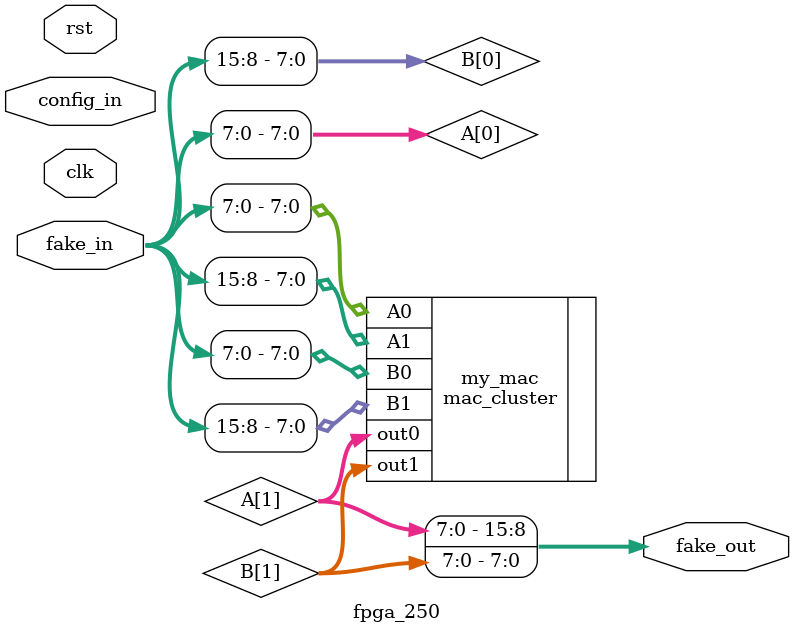
<source format=v>
module fpga_250 (
  input wire clk,
  input wire rst,

  input wire config_in,

  input wire [15:0] fake_in,
  output wire [15:0] fake_out,
);

localparam NUM = 1;

wire [7:0] A [NUM:0];
wire [7:0] B [NUM:0];

assign A[0] = fake_in[7:0];
assign B[0] = fake_in[15:8];

mac_cluster my_mac(
       .A0(A[0]),
       .B0(A[0]),
       .A1(B[0]),
       .B1(B[0]),
       .out0(A[1]),
       .out1(B[1])
);

// generate
//   genvar i;
//   for (i = 0; i < NUM; i = i + 1) begin : cluster
//     mac_cluster mac (
//       .A0(A[i]),
//       .B0(A[i]),
//       .A1(B[i]),
//       .B1(B[i]),
//       .out0(A[i+1]),
//       .out1(B[i+1])
//     );
//   end
// endgenerate

assign fake_out = {A[NUM], B[NUM]};

endmodule

</source>
